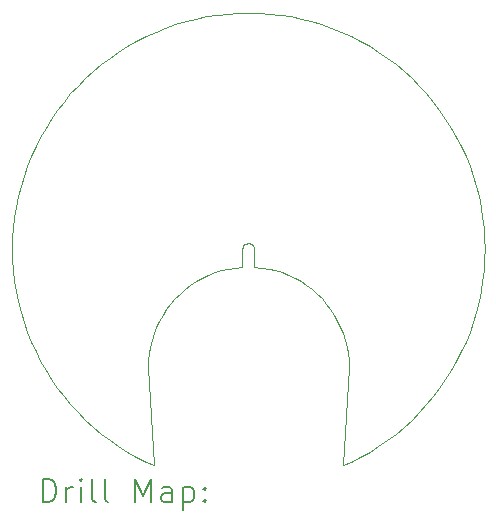
<source format=gbr>
%TF.GenerationSoftware,KiCad,Pcbnew,8.0.7*%
%TF.CreationDate,2024-12-04T21:31:14-06:00*%
%TF.ProjectId,b2,62322e6b-6963-4616-945f-706362585858,rev?*%
%TF.SameCoordinates,Original*%
%TF.FileFunction,Drillmap*%
%TF.FilePolarity,Positive*%
%FSLAX45Y45*%
G04 Gerber Fmt 4.5, Leading zero omitted, Abs format (unit mm)*
G04 Created by KiCad (PCBNEW 8.0.7) date 2024-12-04 21:31:14*
%MOMM*%
%LPD*%
G01*
G04 APERTURE LIST*
%ADD10C,0.050000*%
%ADD11C,0.200000*%
G04 APERTURE END LIST*
D10*
X10089730Y-3002014D02*
X10179279Y-3008051D01*
X10268467Y-3018100D01*
X10357114Y-3032141D01*
X10445042Y-3050144D01*
X10532074Y-3072074D01*
X10618034Y-3097887D01*
X10702750Y-3127530D01*
X10786050Y-3160944D01*
X10867768Y-3198062D01*
X10947737Y-3238809D01*
X11025799Y-3283102D01*
X11101794Y-3330853D01*
X11175571Y-3381966D01*
X11246980Y-3436337D01*
X11315877Y-3493857D01*
X11382125Y-3554410D01*
X11445590Y-3617875D01*
X11506143Y-3684122D01*
X11563663Y-3753020D01*
X11618034Y-3824429D01*
X11669146Y-3898206D01*
X11716898Y-3974201D01*
X11761191Y-4052263D01*
X11801938Y-4132232D01*
X11839055Y-4213950D01*
X11872470Y-4297250D01*
X11902113Y-4381966D01*
X11927926Y-4467926D01*
X11949856Y-4554958D01*
X11967859Y-4642886D01*
X11981899Y-4731534D01*
X11991949Y-4820721D01*
X11997986Y-4910270D01*
X12000000Y-5000000D01*
X11997986Y-5089730D01*
X11991949Y-5179279D01*
X11981899Y-5268467D01*
X11967859Y-5357114D01*
X11949856Y-5445042D01*
X11927926Y-5532074D01*
X11902113Y-5618034D01*
X11872470Y-5702750D01*
X11839055Y-5786050D01*
X11801938Y-5867767D01*
X11761191Y-5947737D01*
X11716898Y-6025799D01*
X11669146Y-6101794D01*
X11618034Y-6175570D01*
X11563663Y-6246980D01*
X11506143Y-6315877D01*
X11445590Y-6382125D01*
X11382125Y-6445590D01*
X11315877Y-6506143D01*
X11246980Y-6563663D01*
X11175571Y-6618034D01*
X11101794Y-6669146D01*
X11025799Y-6716898D01*
X10947737Y-6761191D01*
X10867768Y-6801938D01*
X10800000Y-6833000D01*
X10850000Y-6000000D01*
X10848019Y-5941994D01*
X10842083Y-5884258D01*
X10832222Y-5827062D01*
X10818480Y-5770673D01*
X10800922Y-5715352D01*
X10779630Y-5661359D01*
X10754702Y-5608945D01*
X10726257Y-5558354D01*
X10694424Y-5509822D01*
X10659355Y-5463575D01*
X10621211Y-5419830D01*
X10580170Y-5378789D01*
X10536425Y-5340645D01*
X10490178Y-5305576D01*
X10441646Y-5273744D01*
X10391055Y-5245298D01*
X10338641Y-5220370D01*
X10284648Y-5199078D01*
X10229327Y-5181520D01*
X10172938Y-5167779D01*
X10115742Y-5157917D01*
X10050000Y-5150000D01*
X10050000Y-5000000D01*
X10047975Y-4985913D01*
X10042063Y-4972968D01*
X10032743Y-4962213D01*
X10020771Y-4954518D01*
X10007116Y-4950509D01*
X9992884Y-4950509D01*
X9979229Y-4954518D01*
X9967257Y-4962213D01*
X9957937Y-4972968D01*
X9952025Y-4985913D01*
X9950000Y-5000000D01*
X9950000Y-5150000D01*
X9884258Y-5157917D01*
X9827062Y-5167779D01*
X9770673Y-5181520D01*
X9715352Y-5199078D01*
X9661359Y-5220370D01*
X9608945Y-5245298D01*
X9558354Y-5273744D01*
X9509822Y-5305576D01*
X9463575Y-5340645D01*
X9419830Y-5378789D01*
X9378789Y-5419830D01*
X9340645Y-5463575D01*
X9305576Y-5509822D01*
X9273744Y-5558354D01*
X9245298Y-5608945D01*
X9220370Y-5661359D01*
X9199078Y-5715352D01*
X9181520Y-5770673D01*
X9167779Y-5827062D01*
X9157917Y-5884258D01*
X9151982Y-5941994D01*
X9150000Y-6000000D01*
X9200000Y-6833000D01*
X9132233Y-6801938D01*
X9052263Y-6761191D01*
X8974201Y-6716898D01*
X8898206Y-6669146D01*
X8824430Y-6618034D01*
X8753020Y-6563663D01*
X8684123Y-6506143D01*
X8617875Y-6445590D01*
X8554410Y-6382125D01*
X8493857Y-6315877D01*
X8436337Y-6246980D01*
X8381966Y-6175570D01*
X8330853Y-6101794D01*
X8283102Y-6025799D01*
X8238809Y-5947737D01*
X8198062Y-5867767D01*
X8160944Y-5786050D01*
X8127530Y-5702750D01*
X8097887Y-5618034D01*
X8072074Y-5532074D01*
X8050144Y-5445042D01*
X8032141Y-5357114D01*
X8018100Y-5268467D01*
X8008051Y-5179279D01*
X8002014Y-5089730D01*
X8000000Y-5000000D01*
X8002014Y-4910270D01*
X8008051Y-4820721D01*
X8018100Y-4731534D01*
X8032141Y-4642886D01*
X8050144Y-4554958D01*
X8072074Y-4467926D01*
X8097887Y-4381966D01*
X8127530Y-4297250D01*
X8160944Y-4213950D01*
X8198062Y-4132232D01*
X8238809Y-4052263D01*
X8283102Y-3974201D01*
X8330853Y-3898206D01*
X8381966Y-3824429D01*
X8436337Y-3753020D01*
X8493857Y-3684122D01*
X8554410Y-3617875D01*
X8617875Y-3554410D01*
X8684123Y-3493857D01*
X8753020Y-3436337D01*
X8824430Y-3381966D01*
X8898206Y-3330853D01*
X8974201Y-3283102D01*
X9052263Y-3238809D01*
X9132233Y-3198062D01*
X9213950Y-3160944D01*
X9297250Y-3127530D01*
X9381966Y-3097887D01*
X9467926Y-3072074D01*
X9554958Y-3050144D01*
X9642886Y-3032141D01*
X9731534Y-3018100D01*
X9820721Y-3008051D01*
X9910270Y-3002014D01*
X10000000Y-3000000D01*
X10089730Y-3002014D01*
D11*
X8258277Y-7146984D02*
X8258277Y-6946984D01*
X8258277Y-6946984D02*
X8305896Y-6946984D01*
X8305896Y-6946984D02*
X8334467Y-6956508D01*
X8334467Y-6956508D02*
X8353515Y-6975555D01*
X8353515Y-6975555D02*
X8363039Y-6994603D01*
X8363039Y-6994603D02*
X8372562Y-7032698D01*
X8372562Y-7032698D02*
X8372562Y-7061269D01*
X8372562Y-7061269D02*
X8363039Y-7099365D01*
X8363039Y-7099365D02*
X8353515Y-7118412D01*
X8353515Y-7118412D02*
X8334467Y-7137460D01*
X8334467Y-7137460D02*
X8305896Y-7146984D01*
X8305896Y-7146984D02*
X8258277Y-7146984D01*
X8458277Y-7146984D02*
X8458277Y-7013650D01*
X8458277Y-7051746D02*
X8467801Y-7032698D01*
X8467801Y-7032698D02*
X8477324Y-7023174D01*
X8477324Y-7023174D02*
X8496372Y-7013650D01*
X8496372Y-7013650D02*
X8515420Y-7013650D01*
X8582086Y-7146984D02*
X8582086Y-7013650D01*
X8582086Y-6946984D02*
X8572563Y-6956508D01*
X8572563Y-6956508D02*
X8582086Y-6966031D01*
X8582086Y-6966031D02*
X8591610Y-6956508D01*
X8591610Y-6956508D02*
X8582086Y-6946984D01*
X8582086Y-6946984D02*
X8582086Y-6966031D01*
X8705896Y-7146984D02*
X8686848Y-7137460D01*
X8686848Y-7137460D02*
X8677324Y-7118412D01*
X8677324Y-7118412D02*
X8677324Y-6946984D01*
X8810658Y-7146984D02*
X8791610Y-7137460D01*
X8791610Y-7137460D02*
X8782086Y-7118412D01*
X8782086Y-7118412D02*
X8782086Y-6946984D01*
X9039229Y-7146984D02*
X9039229Y-6946984D01*
X9039229Y-6946984D02*
X9105896Y-7089841D01*
X9105896Y-7089841D02*
X9172563Y-6946984D01*
X9172563Y-6946984D02*
X9172563Y-7146984D01*
X9353515Y-7146984D02*
X9353515Y-7042222D01*
X9353515Y-7042222D02*
X9343991Y-7023174D01*
X9343991Y-7023174D02*
X9324944Y-7013650D01*
X9324944Y-7013650D02*
X9286848Y-7013650D01*
X9286848Y-7013650D02*
X9267801Y-7023174D01*
X9353515Y-7137460D02*
X9334467Y-7146984D01*
X9334467Y-7146984D02*
X9286848Y-7146984D01*
X9286848Y-7146984D02*
X9267801Y-7137460D01*
X9267801Y-7137460D02*
X9258277Y-7118412D01*
X9258277Y-7118412D02*
X9258277Y-7099365D01*
X9258277Y-7099365D02*
X9267801Y-7080317D01*
X9267801Y-7080317D02*
X9286848Y-7070793D01*
X9286848Y-7070793D02*
X9334467Y-7070793D01*
X9334467Y-7070793D02*
X9353515Y-7061269D01*
X9448753Y-7013650D02*
X9448753Y-7213650D01*
X9448753Y-7023174D02*
X9467801Y-7013650D01*
X9467801Y-7013650D02*
X9505896Y-7013650D01*
X9505896Y-7013650D02*
X9524944Y-7023174D01*
X9524944Y-7023174D02*
X9534467Y-7032698D01*
X9534467Y-7032698D02*
X9543991Y-7051746D01*
X9543991Y-7051746D02*
X9543991Y-7108888D01*
X9543991Y-7108888D02*
X9534467Y-7127936D01*
X9534467Y-7127936D02*
X9524944Y-7137460D01*
X9524944Y-7137460D02*
X9505896Y-7146984D01*
X9505896Y-7146984D02*
X9467801Y-7146984D01*
X9467801Y-7146984D02*
X9448753Y-7137460D01*
X9629705Y-7127936D02*
X9639229Y-7137460D01*
X9639229Y-7137460D02*
X9629705Y-7146984D01*
X9629705Y-7146984D02*
X9620182Y-7137460D01*
X9620182Y-7137460D02*
X9629705Y-7127936D01*
X9629705Y-7127936D02*
X9629705Y-7146984D01*
X9629705Y-7023174D02*
X9639229Y-7032698D01*
X9639229Y-7032698D02*
X9629705Y-7042222D01*
X9629705Y-7042222D02*
X9620182Y-7032698D01*
X9620182Y-7032698D02*
X9629705Y-7023174D01*
X9629705Y-7023174D02*
X9629705Y-7042222D01*
M02*

</source>
